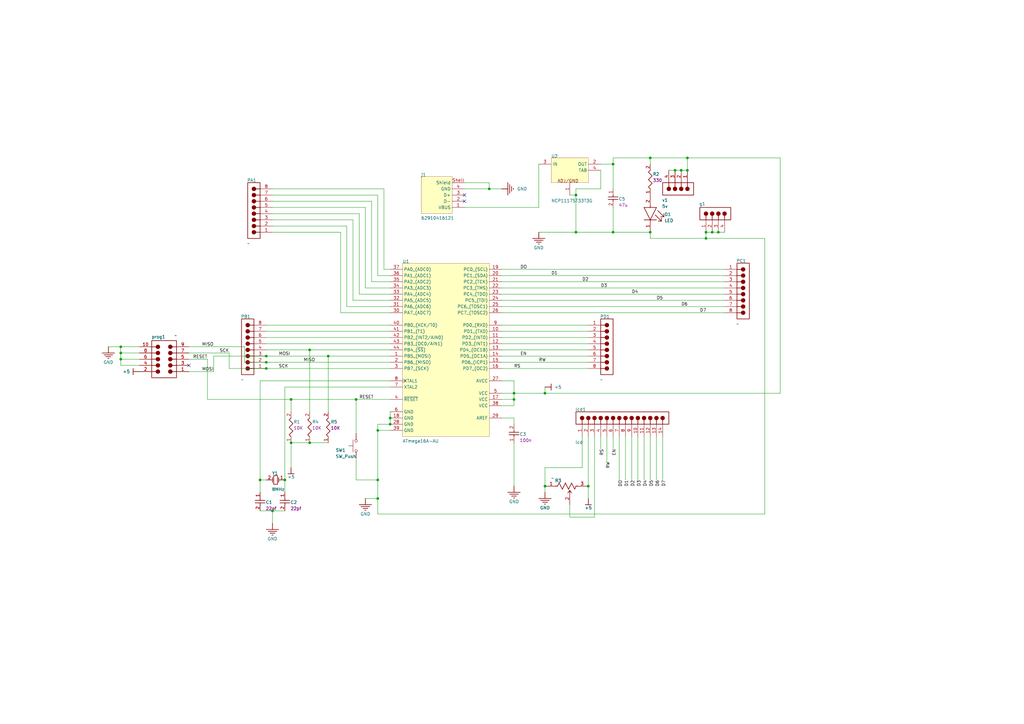
<source format=kicad_sch>
(kicad_sch (version 20231120) (generator "eeschema") (generator_version "8.0")
  (paper "A3")
  (junction (at 154.94 176.53))
  (junction (at 223.52 161.29))
  (junction (at 279.4 69.85))
  (junction (at 127 143.51))
  (junction (at 49.53 144.78))
  (junction (at 210.82 163.83))
  (junction (at 266.7 64.77))
  (junction (at 127 181.61))
  (junction (at 289.56 95.25))
  (junction (at 109.22 151.13))
  (junction (at 281.94 69.85))
  (junction (at 146.05 163.83))
  (junction (at 106.68 196.85))
  (junction (at 109.22 148.59))
  (junction (at 241.3 199.39))
  (junction (at 160.02 171.45))
  (junction (at 160.02 173.99))
  (junction (at 49.53 142.24))
  (junction (at 236.22 80.01))
  (junction (at 281.94 64.77))
  (junction (at 223.52 199.39))
  (junction (at 251.46 95.25))
  (junction (at 109.22 146.05))
  (junction (at 111.76 209.55))
  (junction (at 134.62 146.05))
  (junction (at 289.56 97.79))
  (junction (at 119.38 181.61))
  (junction (at 154.94 204.47))
  (junction (at 294.64 95.25))
  (junction (at 154.94 196.85))
  (junction (at 266.7 95.25))
  (junction (at 292.1 95.25))
  (junction (at 119.38 163.83))
  (junction (at 251.46 67.31))
  (junction (at 116.84 196.85))
  (junction (at 276.86 69.85))
  (junction (at 200.66 77.47))
  (junction (at 210.82 161.29))
  (junction (at 49.53 147.32))
  (junction (at 236.22 95.25))
  (no_connect (at 77.47 149.86))
  (no_connect (at 190.5 82.55))
  (no_connect (at 190.5 80.01))
  (wire (pts (xy 281.94 64.77) (xy 320.04 64.77)))
  (wire (pts (xy 109.22 140.97) (xy 160.02 140.97)))
  (wire (pts (xy 205.74 115.57) (xy 297.18 115.57)))
  (wire (pts (xy 266.7 95.25) (xy 266.7 97.79)))
  (wire (pts (xy 210.82 161.29) (xy 223.52 161.29)))
  (wire (pts (xy 154.94 173.99) (xy 160.02 173.99)))
  (wire (pts (xy 111.76 85.09) (xy 149.86 85.09)))
  (wire (pts (xy 57.15 144.78) (xy 49.53 144.78)))
  (wire (pts (xy 251.46 95.25) (xy 266.7 95.25)))
  (wire (pts (xy 210.82 166.37) (xy 210.82 163.83)))
  (wire (pts (xy 109.22 135.89) (xy 160.02 135.89)))
  (wire (pts (xy 313.69 97.79) (xy 313.69 210.82)))
  (wire (pts (xy 154.94 210.82) (xy 313.69 210.82)))
  (wire (pts (xy 289.56 97.79) (xy 313.69 97.79)))
  (wire (pts (xy 233.68 212.09) (xy 243.84 212.09)))
  (wire (pts (xy 134.62 146.05) (xy 134.62 168.91)))
  (wire (pts (xy 149.86 204.47) (xy 154.94 204.47)))
  (wire (pts (xy 220.98 95.25) (xy 236.22 95.25)))
  (wire (pts (xy 205.74 156.21) (xy 210.82 156.21)))
  (wire (pts (xy 87.63 152.4) (xy 87.63 146.05)))
  (wire (pts (xy 119.38 163.83) (xy 146.05 163.83)))
  (wire (pts (xy 246.38 77.47) (xy 246.38 69.85)))
  (wire (pts (xy 142.24 92.71) (xy 142.24 125.73)))
  (wire (pts (xy 87.63 152.4) (xy 77.47 152.4)))
  (wire (pts (xy 269.24 196.85) (xy 269.24 179.07)))
  (wire (pts (xy 274.32 69.85) (xy 276.86 69.85)))
  (wire (pts (xy 241.3 199.39) (xy 241.3 179.07)))
  (wire (pts (xy 154.94 176.53) (xy 160.02 176.53)))
  (wire (pts (xy 190.5 85.09) (xy 220.98 85.09)))
  (wire (pts (xy 200.66 74.93) (xy 200.66 77.47)))
  (wire (pts (xy 111.76 209.55) (xy 106.68 209.55)))
  (wire (pts (xy 238.76 191.77) (xy 223.52 191.77)))
  (wire (pts (xy 276.86 69.85) (xy 279.4 69.85)))
  (wire (pts (xy 294.64 95.25) (xy 297.18 95.25)))
  (wire (pts (xy 154.94 80.01) (xy 154.94 113.03)))
  (wire (pts (xy 139.7 95.25) (xy 139.7 128.27)))
  (wire (pts (xy 57.15 142.24) (xy 49.53 142.24)))
  (wire (pts (xy 154.94 113.03) (xy 160.02 113.03)))
  (wire (pts (xy 246.38 67.31) (xy 251.46 67.31)))
  (wire (pts (xy 157.48 77.47) (xy 157.48 110.49)))
  (wire (pts (xy 254 196.85) (xy 254 179.07)))
  (wire (pts (xy 149.86 118.11) (xy 160.02 118.11)))
  (wire (pts (xy 259.08 196.85) (xy 259.08 179.07)))
  (wire (pts (xy 44.45 142.24) (xy 49.53 142.24)))
  (wire (pts (xy 200.66 77.47) (xy 205.74 77.47)))
  (wire (pts (xy 205.74 128.27) (xy 297.18 128.27)))
  (wire (pts (xy 205.74 163.83) (xy 210.82 163.83)))
  (wire (pts (xy 146.05 187.96) (xy 146.05 196.85)))
  (wire (pts (xy 205.74 135.89) (xy 241.3 135.89)))
  (wire (pts (xy 205.74 110.49) (xy 297.18 110.49)))
  (wire (pts (xy 147.32 120.65) (xy 160.02 120.65)))
  (wire (pts (xy 139.7 128.27) (xy 160.02 128.27)))
  (wire (pts (xy 157.48 110.49) (xy 160.02 110.49)))
  (wire (pts (xy 111.76 77.47) (xy 157.48 77.47)))
  (wire (pts (xy 77.47 144.78) (xy 93.98 144.78)))
  (wire (pts (xy 144.78 90.17) (xy 144.78 123.19)))
  (wire (pts (xy 210.82 163.83) (xy 210.82 161.29)))
  (wire (pts (xy 236.22 80.01) (xy 236.22 77.47)))
  (wire (pts (xy 251.46 64.77) (xy 266.7 64.77)))
  (wire (pts (xy 119.38 181.61) (xy 127 181.61)))
  (wire (pts (xy 236.22 80.01) (xy 236.22 95.25)))
  (wire (pts (xy 241.3 204.47) (xy 241.3 199.39)))
  (wire (pts (xy 205.74 161.29) (xy 210.82 161.29)))
  (wire (pts (xy 236.22 95.25) (xy 251.46 95.25)))
  (wire (pts (xy 205.74 146.05) (xy 241.3 146.05)))
  (wire (pts (xy 210.82 171.45) (xy 210.82 173.99)))
  (wire (pts (xy 106.68 201.93) (xy 106.68 196.85)))
  (wire (pts (xy 134.62 146.05) (xy 160.02 146.05)))
  (wire (pts (xy 85.09 147.32) (xy 77.47 147.32)))
  (wire (pts (xy 146.05 163.83) (xy 160.02 163.83)))
  (wire (pts (xy 205.74 138.43) (xy 241.3 138.43)))
  (wire (pts (xy 256.54 196.85) (xy 256.54 179.07)))
  (wire (pts (xy 205.74 140.97) (xy 241.3 140.97)))
  (wire (pts (xy 146.05 163.83) (xy 146.05 177.8)))
  (wire (pts (xy 160.02 173.99) (xy 160.02 171.45)))
  (wire (pts (xy 93.98 144.78) (xy 93.98 151.13)))
  (wire (pts (xy 266.7 67.31) (xy 266.7 64.77)))
  (wire (pts (xy 261.62 196.85) (xy 261.62 179.07)))
  (wire (pts (xy 109.22 133.35) (xy 160.02 133.35)))
  (wire (pts (xy 109.22 148.59) (xy 160.02 148.59)))
  (wire (pts (xy 251.46 184.15) (xy 251.46 179.07)))
  (wire (pts (xy 233.68 80.01) (xy 236.22 80.01)))
  (wire (pts (xy 111.76 214.63) (xy 111.76 209.55)))
  (wire (pts (xy 320.04 161.29) (xy 223.52 161.29)))
  (wire (pts (xy 106.68 196.85) (xy 109.22 196.85)))
  (wire (pts (xy 111.76 95.25) (xy 139.7 95.25)))
  (wire (pts (xy 57.15 147.32) (xy 49.53 147.32)))
  (wire (pts (xy 205.74 123.19) (xy 297.18 123.19)))
  (wire (pts (xy 210.82 156.21) (xy 210.82 161.29)))
  (wire (pts (xy 109.22 138.43) (xy 160.02 138.43)))
  (wire (pts (xy 205.74 120.65) (xy 297.18 120.65)))
  (wire (pts (xy 119.38 168.91) (xy 119.38 163.83)))
  (wire (pts (xy 111.76 209.55) (xy 116.84 209.55)))
  (wire (pts (xy 271.78 196.85) (xy 271.78 179.07)))
  (wire (pts (xy 57.15 149.86) (xy 49.53 149.86)))
  (wire (pts (xy 109.22 143.51) (xy 127 143.51)))
  (wire (pts (xy 205.74 113.03) (xy 297.18 113.03)))
  (wire (pts (xy 289.56 95.25) (xy 289.56 97.79)))
  (wire (pts (xy 111.76 87.63) (xy 147.32 87.63)))
  (wire (pts (xy 266.7 64.77) (xy 281.94 64.77)))
  (wire (pts (xy 223.52 161.29) (xy 223.52 158.75)))
  (wire (pts (xy 147.32 87.63) (xy 147.32 120.65)))
  (wire (pts (xy 205.74 143.51) (xy 241.3 143.51)))
  (wire (pts (xy 223.52 191.77) (xy 223.52 199.39)))
  (wire (pts (xy 154.94 176.53) (xy 154.94 196.85)))
  (wire (pts (xy 292.1 95.25) (xy 294.64 95.25)))
  (wire (pts (xy 251.46 95.25) (xy 251.46 85.09)))
  (wire (pts (xy 87.63 146.05) (xy 109.22 146.05)))
  (wire (pts (xy 49.53 147.32) (xy 49.53 144.78)))
  (wire (pts (xy 106.68 196.85) (xy 106.68 156.21)))
  (wire (pts (xy 127 143.51) (xy 127 168.91)))
  (wire (pts (xy 100.33 142.24) (xy 77.47 142.24)))
  (wire (pts (xy 152.4 115.57) (xy 160.02 115.57)))
  (wire (pts (xy 205.74 151.13) (xy 241.3 151.13)))
  (wire (pts (xy 205.74 118.11) (xy 297.18 118.11)))
  (wire (pts (xy 127 143.51) (xy 160.02 143.51)))
  (wire (pts (xy 100.33 148.59) (xy 100.33 142.24)))
  (wire (pts (xy 236.22 77.47) (xy 246.38 77.47)))
  (wire (pts (xy 119.38 181.61) (xy 119.38 191.77)))
  (wire (pts (xy 248.92 189.23) (xy 248.92 179.07)))
  (wire (pts (xy 154.94 210.82) (xy 154.94 204.47)))
  (wire (pts (xy 93.98 151.13) (xy 109.22 151.13)))
  (wire (pts (xy 246.38 184.15) (xy 246.38 179.07)))
  (wire (pts (xy 210.82 199.39) (xy 210.82 181.61)))
  (wire (pts (xy 279.4 69.85) (xy 281.94 69.85)))
  (wire (pts (xy 243.84 212.09) (xy 243.84 179.07)))
  (wire (pts (xy 190.5 77.47) (xy 200.66 77.47)))
  (wire (pts (xy 281.94 64.77) (xy 281.94 69.85)))
  (wire (pts (xy 320.04 64.77) (xy 320.04 161.29)))
  (wire (pts (xy 238.76 179.07) (xy 238.76 191.77)))
  (wire (pts (xy 205.74 166.37) (xy 210.82 166.37)))
  (wire (pts (xy 144.78 123.19) (xy 160.02 123.19)))
  (wire (pts (xy 109.22 146.05) (xy 134.62 146.05)))
  (wire (pts (xy 152.4 82.55) (xy 152.4 115.57)))
  (wire (pts (xy 223.52 199.39) (xy 223.52 201.93)))
  (wire (pts (xy 109.22 151.13) (xy 160.02 151.13)))
  (wire (pts (xy 127 181.61) (xy 134.62 181.61)))
  (wire (pts (xy 190.5 74.93) (xy 200.66 74.93)))
  (wire (pts (xy 106.68 156.21) (xy 160.02 156.21)))
  (wire (pts (xy 49.53 149.86) (xy 49.53 147.32)))
  (wire (pts (xy 109.22 148.59) (xy 100.33 148.59)))
  (wire (pts (xy 85.09 147.32) (xy 85.09 163.83)))
  (wire (pts (xy 146.05 196.85) (xy 154.94 196.85)))
  (wire (pts (xy 111.76 90.17) (xy 144.78 90.17)))
  (wire (pts (xy 116.84 158.75) (xy 116.84 196.85)))
  (wire (pts (xy 205.74 148.59) (xy 241.3 148.59)))
  (wire (pts (xy 85.09 163.83) (xy 119.38 163.83)))
  (wire (pts (xy 220.98 85.09) (xy 220.98 67.31)))
  (wire (pts (xy 154.94 176.53) (xy 154.94 173.99)))
  (wire (pts (xy 266.7 97.79) (xy 289.56 97.79)))
  (wire (pts (xy 205.74 125.73) (xy 297.18 125.73)))
  (wire (pts (xy 251.46 67.31) (xy 251.46 64.77)))
  (wire (pts (xy 205.74 133.35) (xy 241.3 133.35)))
  (wire (pts (xy 289.56 95.25) (xy 292.1 95.25)))
  (wire (pts (xy 251.46 77.47) (xy 251.46 67.31)))
  (wire (pts (xy 264.16 196.85) (xy 264.16 179.07)))
  (wire (pts (xy 142.24 125.73) (xy 160.02 125.73)))
  (wire (pts (xy 160.02 171.45) (xy 160.02 168.91)))
  (wire (pts (xy 205.74 171.45) (xy 210.82 171.45)))
  (wire (pts (xy 111.76 92.71) (xy 142.24 92.71)))
  (wire (pts (xy 154.94 204.47) (xy 154.94 196.85)))
  (wire (pts (xy 116.84 201.93) (xy 116.84 196.85)))
  (wire (pts (xy 49.53 144.78) (xy 49.53 142.24)))
  (wire (pts (xy 266.7 196.85) (xy 266.7 179.07)))
  (wire (pts (xy 149.86 85.09) (xy 149.86 118.11)))
  (wire (pts (xy 233.68 207.01) (xy 233.68 212.09)))
  (wire (pts (xy 160.02 158.75) (xy 116.84 158.75)))
  (wire (pts (xy 111.76 82.55) (xy 152.4 82.55)))
  (wire (pts (xy 111.76 80.01) (xy 154.94 80.01)))
  (label "DO" (at 213.36 110.49 0))
  (label "RS" (at 246.38 184.15 270))
  (label "D4" (at 259.08 120.65 0))
  (label "D7" (at 271.78 196.85 270))
  (label "D6" (at 279.4 125.73 0))
  (label "RS" (at 210.82 151.13 0))
  (label "D3" (at 261.62 196.85 270))
  (label "MISO" (at 87.63 142.24 180))
  (label "RW" (at 248.92 189.23 270))
  (label "RW" (at 220.98 148.59 0))
  (label "D1" (at 226.06 113.03 0))
  (label "EN" (at 251.46 184.15 270))
  (label "SCK" (at 114.3 151.13 0))
  (label "D1" (at 256.54 196.85 270))
  (label "RESET" (at 147.32 163.83 0))
  (label "D3" (at 246.38 118.11 0))
  (label "D7" (at 287.02 128.27 0))
  (label "D5" (at 269.24 123.19 0))
  (label "SCK" (at 93.98 144.78 180))
  (label "D5" (at 266.7 196.85 270))
  (label "D2" (at 259.08 196.85 270))
  (label "D4" (at 264.16 196.85 270))
  (label "DO" (at 254 196.85 270))
  (label "MOSI" (at 114.3 146.05 0))
  (label "D6" (at 269.24 196.85 270))
  (label "RESET" (at 85.09 147.32 180))
  (label "MOSI" (at 87.63 152.4 180))
  (label "EN" (at 213.36 146.05 0))
  (label "D2" (at 238.76 115.57 0))
  (label "MISO" (at 124.46 148.59 0))
  (symbol (lib_id "Jadhav-altium-import:GND_POWER_GROUND") (at 44.45 142.24 0) (unit 1)
    (property "Reference" "#PWR02" (effects (hide yes)))
    (property "Value" "GND" (at 44.45 148.59 0))
  )
  (symbol (lib_id "Jadhav-altium-import:root_1_Header_Male_1R_14P") (at 236.22 173.99 0) (unit 1)
    (property "Reference" "lcd1" (at 235.966 168.656 0) (effects (justify left bottom)))
    (property "Value" "lcd" (at 235.966 182.118 0) (effects (justify left bottom)))
    (property "Footprint" "J_footprints:CON14_1X14_TU_HTS_SAI" (effects (hide yes)))
    (property "ORIENTATION" "Vertical" (effects (hide yes)))
    (property "NEXARPARTID" "32855433" (effects (hide yes)))
    (property "OPERATING SUPPLY VOLTAGE" "250V" (effects (hide yes)))
    (property "CURRENT RATING" "3A" (effects (hide yes)))
    (property "TERMINATION" "Solder" (effects (hide yes)))
    (property "CONTACT PLATING" "Gold" (effects (hide yes)))
    (property "GENDER" "Male" (effects (hide yes)))
    (property "PITCH" "2.54mm" (effects (hide yes)))
    (property "NUMBER OF CONTACTS" "14" (effects (hide yes)))
    (property "NUMBER OF ROWS" "1" (effects (hide yes)))
    (property "LEAD PITCH" "2.54mm" (effects (hide yes)))
    (property "CONTACT MATING LENGTH" "5.9944mm" (effects (hide yes)))
    (property "MOUNT" "Surface Mount" (effects (hide yes)))
    (property "CONTACT MATERIAL" "Copper" (effects (hide yes)))
    (property "COLOR" "Black" (effects (hide yes)))
    (property "NUMBER OF PINS" "14" (effects (hide yes)))
    (property "CONNECTOR TYPE" "Male Pin" (effects (hide yes)))
    (property "REACH SVHC" "Unknown" (effects (hide yes)))
    (property "CONTACT RESISTANCE" "20mΩ" (effects (hide yes)))
    (property "NUMBER OF POSITIONS" "14" (effects (hide yes)))
    (property "ROHS" "Compliant" (effects (hide yes)))
  )
  (symbol (lib_id "Jadhav-altium-import:root_0_ONSC-NCP1117-SOT223-4") (at 226.06 64.77 0) (unit 1)
    (property "Reference" "U2" (at 226.06 64.77 0) (effects (justify left bottom)))
    (property "Value" "NCP1117ST33T3G" (at 226.06 83.058 0) (effects (justify left bottom)))
    (property "Footprint" "J_footprints:SOT223-3_ONS" (effects (hide yes)))
    (property "Description" "Low-Dropout Positive Fixed Voltage Regulator, 1 A, 3.3 V Output Voltage, 0 to 125 degC, 4-Pin SOT-223 (318H-01), Pb-Free, Tape and Reel" (effects (hide yes)))
    (property "WIDTH" "0.85 mm" (effects (hide yes)))
    (property "WEIGHT" "7.1E-05 oz" (effects (hide yes)))
    (property "COMPONENTLINK2URL" "http://www.onsemi.com/pub_link/Collateral/NCP1117-D.PDF" (effects (hide yes)))
    (property "ROHSCOMPLIANT" "true" (effects (hide yes)))
    (property "HEIGHT" "0.45 mm" (effects (hide yes)))
    (property "PACKAGEDESCRIPTION" "4-Pin Small Outline Transistor, Body 6.5 x 3.5 mm, Pitch 2.3 mm" (effects (hide yes)))
    (property "RESISTANCE" "220 kohm" (effects (hide yes)))
    (property "COMPONENTLINK1DESCRIPTION" "Manufacturer URL" (effects (hide yes)))
    (property "TYPE (RESISTOR)" "Thick Film" (effects (hide yes)))
    (property "COMPONENTLINK1URL" "http://www.onsemi.com/" (effects (hide yes)))
    (property "PACKAGEREFERENCE" "SOT-223-4-318H-01_A" (effects (hide yes)))
    (property "MAX OPERATING TEMPERATURE" "155 degC" (effects (hide yes)))
    (property "PACKAGING" "Tape and Reel" (effects (hide yes)))
    (property "REACH SVHC" "Unknown" (effects (hide yes)))
    (property "LENGTH" "1.55 mm" (effects (hide yes)))
    (property "PACKAGE QUANTITY" "5000" (effects (hide yes)))
    (property "VOLTAGE RATING" "75 V" (effects (hide yes)))
    (property "RADIATION HARDENING" "No" (effects (hide yes)))
    (property "TOLERANCE" "1%" (effects (hide yes)))
    (property "MIN OPERATING TEMPERATURE" "-55 degC" (effects (hide yes)))
    (property "DATASHEETVERSION" "Rev. 27, 09/2014" (effects (hide yes)))
    (property "CAS~{E}PACKAGE" "0603" (effects (hide yes)))
    (property "MOUNT" "Surface Mount" (effects (hide yes)))
    (property "CASE CODE (IMPERIAL)" "0603" (effects (hide yes)))
    (property "CASE CODE (METRIC)" "1608" (effects (hide yes)))
    (property "COMPONENTLINK2DESCRIPTION" "Datasheet" (effects (hide yes)))
    (property "POWER RATING" "100 mW" (effects (hide yes)))
  )
  (symbol (lib_id "Jadhav-altium-import:GND_POWER_GROUND") (at 111.76 214.63 0) (unit 1)
    (property "Reference" "#PWR0101" (effects (hide yes)))
    (property "Value" "GND" (at 111.76 220.98 0))
  )
  (symbol (lib_id "Jadhav-altium-import:+5_BAR") (at 119.38 191.77 0) (unit 1)
    (property "Reference" "#PWR0103" (effects (hide yes)))
    (property "Value" "+5" (at 119.38 195.58 0))
  )
  (symbol (lib_id "Jadhav-altium-import:root_2_Header_Male_1R_08P") (at 104.14 153.67 0) (unit 1)
    (property "Reference" "PB1" (at 98.806 130.556 0) (effects (justify left bottom)))
    (property "Value" "~" (at 98.806 156.464 0) (effects (justify left bottom)))
    (property "Footprint" "J_footprints:CONN8_61300811121_WRE" (effects (hide yes)))
    (property "CONNECTOR TYPE" "Male Pin" (effects (hide yes)))
    (property "TERMINATION" "Solder" (effects (hide yes)))
    (property "CONTACT MATERIAL" "Copper" (effects (hide yes)))
    (property "NEXARPARTID" "32855533" (effects (hide yes)))
    (property "MOUNT" "Through Hole" (effects (hide yes)))
    (property "LEAD PITCH" "2.54mm" (effects (hide yes)))
    (property "NUMBER OF CONTACTS" "8" (effects (hide yes)))
    (property "NUMBER OF POSITIONS" "8" (effects (hide yes)))
    (property "VOLTAGE RATING" "250V" (effects (hide yes)))
    (property "OPERATING SUPPLY VOLTAGE" "250V" (effects (hide yes)))
    (property "CURRENT RATING" "3A" (effects (hide yes)))
    (property "CONTACT RESISTANCE" "20mΩ" (effects (hide yes)))
    (property "NUMBER OF PINS" "8" (effects (hide yes)))
    (property "MAX OPERATING TEMPERATURE" "105°C" (effects (hide yes)))
    (property "HEIGHT" "8.54mm" (effects (hide yes)))
    (property "PITCH" "2.54mm" (effects (hide yes)))
    (property "REACH SVHC" "Unknown" (effects (hide yes)))
    (property "NUMBER OF ROWS" "1" (effects (hide yes)))
    (property "PACKAGING" "Bulk" (effects (hide yes)))
    (property "CONTACT PLATING" "Gold" (effects (hide yes)))
    (property "CONTACT MATING LENGTH" "5.9944mm" (effects (hide yes)))
    (property "GENDER" "Male" (effects (hide yes)))
    (property "ORIENTATION" "Vertical" (effects (hide yes)))
    (property "ROHS" "Compliant" (effects (hide yes)))
    (property "COLOR" "Black" (effects (hide yes)))
    (property "MIN OPERATING TEMPERATURE" "-40°C" (effects (hide yes)))
  )
  (symbol (lib_id "Jadhav-altium-import:GND_POWER_GROUND") (at 220.98 95.25 0) (unit 1)
    (property "Reference" "#PWR0112" (effects (hide yes)))
    (property "Value" "GND" (at 220.98 101.6 0))
  )
  (symbol (lib_id "Jadhav-altium-import:root_0_2dcfd2547301a7d3209a5e99acfd772") (at 223.52 199.39 0) (unit 1)
    (property "Reference" "R3" (at 227.584 197.866 0) (effects (justify left bottom)))
    (property "Value" "~" (at 226.06 196.85 0) (effects (justify left bottom)))
    (property "Footprint" "J_footprints:RES3_PV36W103C01B00_BRN" (effects (hide yes)))
    (property "Description" "TRIMMER 10K OHM 0.5W PC PIN TOP" (effects (hide yes)))
    (property "RESISTANCE" "10kR" (effects (hide yes)))
    (property "MILITARY STANDARD" "Not" (effects (hide yes)))
    (property "REACH SVHC" "No SVHC" (effects (hide yes)))
    (property "ACTUATOR ORIENTATION" "Vertical" (effects (hide yes)))
    (property "POWER RATING" "500mW" (effects (hide yes)))
    (property "TEMPERATURE COEFFICIENT" "100ppm/°C" (effects (hide yes)))
    (property "LEAD FREE" "Lead Free" (effects (hide yes)))
    (property "RESISTOR TYPE" "Cermet" (effects (hide yes)))
    (property "MAX OPERATING TEMPERATURE" "125°C" (effects (hide yes)))
    (property "RADIATION HARDENING" "No" (effects (hide yes)))
    (property "PACKAGE QUANTITY" "50" (effects (hide yes)))
    (property "MOUNT" "Panel" (effects (hide yes)))
    (property "RESISTANCE TOLERANCE" "10%" (effects (hide yes)))
    (property "MAX POWER DISSIPATION" "500mW" (effects (hide yes)))
    (property "MIN OPERATING TEMPERATURE" "-55°C" (effects (hide yes)))
    (property "RESISTANCE LAW" "Linear" (effects (hide yes)))
    (property "NUMBER OF TURNS" "25" (effects (hide yes)))
    (property "TYPE" "Potentiometer" (effects (hide yes)))
    (property "TERMINAL FINISH" "Tin" (effects (hide yes)))
    (property "TERMINATION" "Pin" (effects (hide yes)))
    (property "TAPER" "Linear" (effects (hide yes)))
    (property "MANUFACTURER SERIES" "3296" (effects (hide yes)))
    (property "COLOR" "Blue" (effects (hide yes)))
    (property "ACTUATOR TYPE" "SCREW" (effects (hide yes)))
    (property "TECHNOLOGY" "CERMET" (effects (hide yes)))
    (property "PACKAGING" "Rail/Tube" (effects (hide yes)))
    (property "WEIGHT" "0.03oz" (effects (hide yes)))
    (property "NUMBER OF TERMINALS/PINS" "3" (effects (hide yes)))
    (property "HEIGHT" "0.395inch" (effects (hide yes)))
    (property "NUMBER OF PINS" "3" (effects (hide yes)))
    (property "ROHS COMPLIANT" "Yes" (effects (hide yes)))
    (property "WIDTH" "9.53mm" (effects (hide yes)))
    (property "TOLERANCE" "10%" (effects (hide yes)))
    (property "DEPTH" "4.83mm" (effects (hide yes)))
    (property "SERIES" "3296" (effects (hide yes)))
    (property "INSULATION RESISTANCE" "1GR" (effects (hide yes)))
    (property "LENGTH" "9.53mm" (effects (hide yes)))
  )
  (symbol (lib_id "Jadhav-altium-import:root_3_CAP-NP-2") (at 106.68 201.93 0) (unit 1)
    (property "Reference" "C1" (at 108.966 206.756 0) (effects (justify left bottom)))
    (property "Value" "Capacitor 100nF +/-20% 25V 0402" (effects (hide yes)))
    (property "Footprint" "J_footprints:G-188_MUR" (effects (hide yes)))
    (property "Description" "Chip Capacitor, 100nF +/-20%, 25V, 0402, Thickness 0.6 mm" (effects (hide yes)))
    (property "TOLERANCE" "10%" (effects (hide yes)))
    (property "MAX OPERATING TEMPERATURE" "85°C" (effects (hide yes)))
    (property "MIN OPERATING TEMPERATURE" "-55°C" (effects (hide yes)))
    (property "ALTIUM_VALUE" "22pf" (at 108.966 209.296 0) (effects (justify left bottom)))
    (property "PINS" "2" (effects (hide yes)))
    (property "VOLTAGE RATING" "25V" (effects (hide yes)))
    (property "MOUNTING TECHNOLOGY" "SMT" (effects (hide yes)))
    (property "CASE/PACKAGE" "0402" (effects (hide yes)))
  )
  (symbol (lib_id "Jadhav-altium-import:+5_BAR") (at 223.52 158.75 90) (unit 1)
    (property "Reference" "#PWR0111" (effects (hide yes)))
    (property "Value" "+5" (at 227.33 158.75 90) (effects (justify right)))
  )
  (symbol (lib_id "Jadhav-altium-import:root_0_Header_Male_1R_08P") (at 246.38 130.81 0) (unit 1)
    (property "Reference" "PD1" (at 246.126 130.556 0) (effects (justify left bottom)))
    (property "Value" "~" (at 246.126 156.464 0) (effects (justify left bottom)))
    (property "Footprint" "J_footprints:CONN8_61300811121_WRE" (effects (hide yes)))
    (property "CONNECTOR TYPE" "Male Pin" (effects (hide yes)))
    (property "TERMINATION" "Solder" (effects (hide yes)))
    (property "CONTACT MATERIAL" "Copper" (effects (hide yes)))
    (property "NEXARPARTID" "32855533" (effects (hide yes)))
    (property "MOUNT" "Through Hole" (effects (hide yes)))
    (property "LEAD PITCH" "2.54mm" (effects (hide yes)))
    (property "NUMBER OF CONTACTS" "8" (effects (hide yes)))
    (property "NUMBER OF POSITIONS" "8" (effects (hide yes)))
    (property "VOLTAGE RATING" "250V" (effects (hide yes)))
    (property "OPERATING SUPPLY VOLTAGE" "250V" (effects (hide yes)))
    (property "CURRENT RATING" "3A" (effects (hide yes)))
    (property "CONTACT RESISTANCE" "20mΩ" (effects (hide yes)))
    (property "NUMBER OF PINS" "8" (effects (hide yes)))
    (property "MAX OPERATING TEMPERATURE" "105°C" (effects (hide yes)))
    (property "HEIGHT" "8.54mm" (effects (hide yes)))
    (property "PITCH" "2.54mm" (effects (hide yes)))
    (property "REACH SVHC" "Unknown" (effects (hide yes)))
    (property "NUMBER OF ROWS" "1" (effects (hide yes)))
    (property "PACKAGING" "Bulk" (effects (hide yes)))
    (property "CONTACT PLATING" "Gold" (effects (hide yes)))
    (property "CONTACT MATING LENGTH" "5.9944mm" (effects (hide yes)))
    (property "GENDER" "Male" (effects (hide yes)))
    (property "ORIENTATION" "Vertical" (effects (hide yes)))
    (property "ROHS" "Compliant" (effects (hide yes)))
    (property "COLOR" "Black" (effects (hide yes)))
    (property "MIN OPERATING TEMPERATURE" "-40°C" (effects (hide yes)))
  )
  (symbol (lib_id "Jadhav-altium-import:root_2_XTAL-1-2-2") (at 114.3 199.39 0) (unit 1)
    (property "Reference" "Y1" (at 111.506 194.818 0) (effects (justify left bottom)))
    (property "Value" "8MHz" (at 111.506 201.422 0) (effects (justify left bottom)))
    (property "Footprint" "J_footprints:ATS08A-E_CTS" (effects (hide yes)))
    (property "Description" "Resistance Weld Thru-Hole Crystal, 16 MHz, -20 to 70 degC, 2-Pin THD, RoHS, Bulk" (effects (hide yes)))
    (property "ROHSCOMPLIANT" "true" (effects (hide yes)))
    (property "PACKAGE QUANTITY" "200" (effects (hide yes)))
    (property "PACKAGING" "Bulk" (effects (hide yes)))
    (property "MIN OPERATING TEMPERATURE" "-55 degC" (effects (hide yes)))
    (property "DATASHEETVERSION" "Mar-15" (effects (hide yes)))
    (property "COMPONENTLINK1URL" "http://www.foxonline.com/" (effects (hide yes)))
    (property "VOLTAGE RATING" "250 V" (effects (hide yes)))
    (property "MAX OPERATING TEMPERATURE" "155 degC" (effects (hide yes)))
    (property "TOLERANCE" "1%" (effects (hide yes)))
    (property "RESISTANCE" "221 kohm" (effects (hide yes)))
    (property "CAS~{E}PACKAGE" "Axial" (effects (hide yes)))
    (property "PACKAGEREFERENCE" "FOXSLF160-20" (effects (hide yes)))
    (property "MOUNT" "Through Hole" (effects (hide yes)))
    (property "PACKAGEDESCRIPTION" "2-Pin Through Hole Device, Body 11.35 x 4.65 mm" (effects (hide yes)))
    (property "POWER RATING" "250 mW" (effects (hide yes)))
    (property "COMPONENTLINK1DESCRIPTION" "Manufacturer URL" (effects (hide yes)))
    (property "COMPONENTLINK2URL" "http://www.foxonline.com/pdfs/hc49slf.pdf" (effects (hide yes)))
    (property "COMPONENTLINK2DESCRIPTION" "Datasheet" (effects (hide yes)))
    (property "LENGTH" "0.248 inch" (effects (hide yes)))
  )
  (symbol (lib_id "Jadhav-altium-import:GND_POWER_GROUND") (at 149.86 204.47 0) (unit 1)
    (property "Reference" "#PWR0102" (effects (hide yes)))
    (property "Value" "GND" (at 149.86 210.82 0))
  )
  (symbol (lib_id "Jadhav-altium-import:root_2_Header_Male_1R_08P") (at 106.68 97.79 0) (unit 1)
    (property "Reference" "PA1" (at 101.346 74.676 0) (effects (justify left bottom)))
    (property "Value" "~" (at 101.346 100.584 0) (effects (justify left bottom)))
    (property "Footprint" "J_footprints:CONN8_61300811121_WRE" (effects (hide yes)))
    (property "CONNECTOR TYPE" "Male Pin" (effects (hide yes)))
    (property "TERMINATION" "Solder" (effects (hide yes)))
    (property "CONTACT MATERIAL" "Copper" (effects (hide yes)))
    (property "NEXARPARTID" "32855533" (effects (hide yes)))
    (property "MOUNT" "Through Hole" (effects (hide yes)))
    (property "LEAD PITCH" "2.54mm" (effects (hide yes)))
    (property "NUMBER OF CONTACTS" "8" (effects (hide yes)))
    (property "NUMBER OF POSITIONS" "8" (effects (hide yes)))
    (property "VOLTAGE RATING" "250V" (effects (hide yes)))
    (property "OPERATING SUPPLY VOLTAGE" "250V" (effects (hide yes)))
    (property "CURRENT RATING" "3A" (effects (hide yes)))
    (property "CONTACT RESISTANCE" "20mΩ" (effects (hide yes)))
    (property "NUMBER OF PINS" "8" (effects (hide yes)))
    (property "MAX OPERATING TEMPERATURE" "105°C" (effects (hide yes)))
    (property "HEIGHT" "8.54mm" (effects (hide yes)))
    (property "PITCH" "2.54mm" (effects (hide yes)))
    (property "REACH SVHC" "Unknown" (effects (hide yes)))
    (property "NUMBER OF ROWS" "1" (effects (hide yes)))
    (property "PACKAGING" "Bulk" (effects (hide yes)))
    (property "CONTACT PLATING" "Gold" (effects (hide yes)))
    (property "CONTACT MATING LENGTH" "5.9944mm" (effects (hide yes)))
    (property "GENDER" "Male" (effects (hide yes)))
    (property "ORIENTATION" "Vertical" (effects (hide yes)))
    (property "ROHS" "Compliant" (effects (hide yes)))
    (property "COLOR" "Black" (effects (hide yes)))
    (property "MIN OPERATING TEMPERATURE" "-40°C" (effects (hide yes)))
  )
  (symbol (lib_id "Jadhav-altium-import:+5_BAR") (at 57.15 152.4 270) (unit 1)
    (property "Reference" "#PWR01" (effects (hide yes)))
    (property "Value" "+5" (at 53.34 152.4 90) (effects (justify right)))
  )
  (symbol (lib_id "Jadhav-altium-import:root_1_CAP-NP-2") (at 210.82 181.61 0) (unit 1)
    (property "Reference" "C3" (at 213.106 178.816 0) (effects (justify left bottom)))
    (property "Value" "Capacitor 100nF +/-20% 25V 0402" (effects (hide yes)))
    (property "Footprint" "J_footprints:G-188_MUR" (effects (hide yes)))
    (property "Description" "Chip Capacitor, 100nF +/-20%, 25V, 0402, Thickness 0.6 mm" (effects (hide yes)))
    (property "TOLERANCE" "10%" (effects (hide yes)))
    (property "MAX OPERATING TEMPERATURE" "85°C" (effects (hide yes)))
    (property "MIN OPERATING TEMPERATURE" "-55°C" (effects (hide yes)))
    (property "ALTIUM_VALUE" "100n" (at 213.106 181.356 0) (effects (justify left bottom)))
    (property "PINS" "2" (effects (hide yes)))
    (property "VOLTAGE RATING" "25V" (effects (hide yes)))
    (property "MOUNTING TECHNOLOGY" "SMT" (effects (hide yes)))
    (property "CASE/PACKAGE" "0402" (effects (hide yes)))
  )
  (symbol (lib_id "Jadhav-altium-import:root_0_MC-8B-AT16A-SQ44") (at 165.1 107.95 0) (unit 1)
    (property "Reference" "U1" (at 165.1 107.95 0) (effects (justify left bottom)))
    (property "Value" "ATmega16A-AU" (at 165.1 181.61 0) (effects (justify left bottom)))
    (property "Footprint" "Package_QFP:TQFP-44_10x10mm_P0.8mm" (effects (hide yes)))
    (property "Description" "8-bit AVR Microcontroller, 16KB Flash, 512 Bytes EEPROM, 1KB SRAM, 44-pin TQFP, Industrial Grade (-40°C to 85°C)" (effects (hide yes)))
    (property "COMPONENTLINK3URL" "http://www.atmel.com/dyn/resources/prod_documents/8154S.pdf" (effects (hide yes)))
    (property "PACKAGEVERSION" "revC, Oct-2010" (effects (hide yes)))
    (property "PACKAGEREFERENCE" "44A" (effects (hide yes)))
    (property "COMPONENTLINK3DESCRIPTION" "ATmega16A Summary" (effects (hide yes)))
    (property "DATASHEETVERSION" "revB, Jul-2009" (effects (hide yes)))
    (property "COMPONENTLINK2URL" "http://www.atmel.com/dyn/resources/prod_documents/doc8154.pdf" (effects (hide yes)))
    (property "PACKAGEDESCRIPTION" "44-Pin Plastic Thin Profile Quad Flat Pack, 10 x 10 x 1.0 mm Body, 0.8 mm Pitch (TQFP)" (effects (hide yes)))
    (property "REVISIONNOTE" "PackageVersion updated. URLs added." (effects (hide yes)))
    (property "CODE_JEDEC" "MS-026-ACB" (effects (hide yes)))
    (property "COMPONENTLINK1DESCRIPTION" "Manufacturer URL" (effects (hide yes)))
    (property "COMPONENTLINK2DESCRIPTION" "ATmega16A Datasheet" (effects (hide yes)))
    (property "COMPONENTLINK1URL" "http://www.atmel.com/" (effects (hide yes)))
  )
  (symbol (lib_id "Jadhav-altium-import:root_2_USB 2.0_Type B_Receptacle_1 Port") (at 185.42 87.63 0) (unit 1)
    (property "Reference" "j1" (at 172.72 72.39 0) (effects (justify left bottom)))
    (property "Value" "62910416121" (at 172.72 90.17 0) (effects (justify left bottom)))
    (property "Footprint" "J_footprints:62910416121" (effects (hide yes)))
    (property "ORIENTATION" "Horizontal" (effects (hide yes)))
    (property "ROHS" "Compliant" (effects (hide yes)))
    (property "CONTACT RESISTANCE" "20mΩ" (effects (hide yes)))
    (property "CONNECTOR TYPE" "USB" (effects (hide yes)))
    (property "NUMBER OF CONTACTS" "4" (effects (hide yes)))
    (property "LEAD FREE" "Lead Free" (effects (hide yes)))
    (property "MIN OPERATING TEMPERATURE" "-40°C" (effects (hide yes)))
    (property "NEXARPARTID" "19991172" (effects (hide yes)))
    (property "GENDER" "Receptacle" (effects (hide yes)))
    (property "LENGTH" "16mm" (effects (hide yes)))
    (property "NUMBER OF PINS" "4" (effects (hide yes)))
    (property "FEATURES" "Shielded" (effects (hide yes)))
    (property "CURRENT RATING" "1.5A" (effects (hide yes)))
    (property "USB STANDARD" "USB 2.0" (effects (hide yes)))
    (property "CONTACT PLATING" "Gold" (effects (hide yes)))
    (property "PACKAGING" "Tape and Reel" (effects (hide yes)))
    (property "MAX OPERATING TEMPERATURE" "105°C" (effects (hide yes)))
    (property "TERMINATION" "SMD/SMT" (effects (hide yes)))
    (property "OPERATING SUPPLY VOLTAGE" "30V" (effects (hide yes)))
    (property "MOUNT" "Horizontal, Surface Mount" (effects (hide yes)))
    (property "REACH SVHC" "Unknown" (effects (hide yes)))
    (property "INSULATION RESISTANCE" "1GΩ" (effects (hide yes)))
  )
  (symbol (lib_id "Jadhav-altium-import:GND_POWER_GROUND") (at 223.52 201.93 0) (unit 1)
    (property "Reference" "#PWR0109" (effects (hide yes)))
    (property "Value" "GND" (at 223.52 208.28 0))
  )
  (symbol (lib_id "Jadhav-altium-import:root_1_RES-2_0") (at 266.7 80.01 0) (unit 1)
    (property "Reference" "R2" (at 267.716 72.136 0) (effects (justify left bottom)))
    (property "Value" "Resistor 470R +/-5% 0805 125 mW" (effects (hide yes)))
    (property "Footprint" "Resistor_THT:R_Axial_DIN0207_L6.3mm_D2.5mm_P7.62mm_Horizontal" (effects (hide yes)))
    (property "Description" "Chip Resistor, 470 Ohms, +/-5%, 125 mW, -55 to 155 degC, 0805" (effects (hide yes)))
    (property "MAX OPERATING TEMPERATURE" "155°C" (effects (hide yes)))
    (property "CASE/PACKAGE" "0805" (effects (hide yes)))
    (property "TOLERANCE" "5%" (effects (hide yes)))
    (property "PINS" "2" (effects (hide yes)))
    (property "ALTIUM_VALUE" "330" (at 267.716 74.676 0) (effects (justify left bottom)))
    (property "POWER" "125mW" (effects (hide yes)))
    (property "MIN OPERATING TEMPERATURE" "-55°C" (effects (hide yes)))
  )
  (symbol (lib_id "Jadhav-altium-import:root_3_CAP-NP-2") (at 251.46 77.47 0) (unit 1)
    (property "Reference" "C5" (at 253.746 82.296 0) (effects (justify left bottom)))
    (property "Value" "Capacitor 100nF +/-20% 25V 0402" (effects (hide yes)))
    (property "Footprint" "J_footprints:G-188_MUR" (effects (hide yes)))
    (property "Description" "Chip Capacitor, 100nF +/-20%, 25V, 0402, Thickness 0.6 mm" (effects (hide yes)))
    (property "TOLERANCE" "10%" (effects (hide yes)))
    (property "MAX OPERATING TEMPERATURE" "85°C" (effects (hide yes)))
    (property "MIN OPERATING TEMPERATURE" "-55°C" (effects (hide yes)))
    (property "ALTIUM_VALUE" "47u" (at 253.746 84.836 0) (effects (justify left bottom)))
    (property "PINS" "2" (effects (hide yes)))
    (property "VOLTAGE RATING" "25V" (effects (hide yes)))
    (property "MOUNTING TECHNOLOGY" "SMT" (effects (hide yes)))
    (property "CASE/PACKAGE" "0402" (effects (hide yes)))
  )
  (symbol (lib_id "Jadhav-altium-import:root_0_Header_Male_1R_08P") (at 302.26 107.95 0) (unit 1)
    (property "Reference" "PC1" (at 302.006 107.696 0) (effects (justify left bottom)))
    (property "Value" "~" (at 302.006 133.604 0) (effects (justify left bottom)))
    (property "Footprint" "J_footprints:CONN8_61300811121_WRE" (effects (hide yes)))
    (property "CONNECTOR TYPE" "Male Pin" (effects (hide yes)))
    (property "TERMINATION" "Solder" (effects (hide yes)))
    (property "CONTACT MATERIAL" "Copper" (effects (hide yes)))
    (property "NEXARPARTID" "32855533" (effects (hide yes)))
    (property "MOUNT" "Through Hole" (effects (hide yes)))
    (property "LEAD PITCH" "2.54mm" (effects (hide yes)))
    (property "NUMBER OF CONTACTS" "8" (effects (hide yes)))
    (property "NUMBER OF POSITIONS" "8" (effects (hide yes)))
    (property "VOLTAGE RATING" "250V" (effects (hide yes)))
    (property "OPERATING SUPPLY VOLTAGE" "250V" (effects (hide yes)))
    (property "CURRENT RATING" "3A" (effects (hide yes)))
    (property "CONTACT RESISTANCE" "20mΩ" (effects (hide yes)))
    (property "NUMBER OF PINS" "8" (effects (hide yes)))
    (property "MAX OPERATING TEMPERATURE" "105°C" (effects (hide yes)))
    (property "HEIGHT" "8.54mm" (effects (hide yes)))
    (property "PITCH" "2.54mm" (effects (hide yes)))
    (property "REACH SVHC" "Unknown" (effects (hide yes)))
    (property "NUMBER OF ROWS" "1" (effects (hide yes)))
    (property "PACKAGING" "Bulk" (effects (hide yes)))
    (property "CONTACT PLATING" "Gold" (effects (hide yes)))
    (property "CONTACT MATING LENGTH" "5.9944mm" (effects (hide yes)))
    (property "GENDER" "Male" (effects (hide yes)))
    (property "ORIENTATION" "Vertical" (effects (hide yes)))
    (property "ROHS" "Compliant" (effects (hide yes)))
    (property "COLOR" "Black" (effects (hide yes)))
    (property "MIN OPERATING TEMPERATURE" "-40°C" (effects (hide yes)))
  )
  (symbol (lib_id "Jadhav-altium-import:GND_POWER_GROUND") (at 210.82 199.39 0) (unit 1)
    (property "Reference" "#PWR0108" (effects (hide yes)))
    (property "Value" "GND" (at 210.82 205.74 0))
  )
  (symbol (lib_id "Jadhav-altium-import:root_3_CAP-NP-2") (at 116.84 201.93 0) (unit 1)
    (property "Reference" "C2" (at 119.126 206.756 0) (effects (justify left bottom)))
    (property "Value" "Capacitor 100nF +/-20% 25V 0402" (effects (hide yes)))
    (property "Footprint" "J_footprints:G-188_MUR" (effects (hide yes)))
    (property "Description" "Chip Capacitor, 100nF +/-20%, 25V, 0402, Thickness 0.6 mm" (effects (hide yes)))
    (property "TOLERANCE" "10%" (effects (hide yes)))
    (property "MAX OPERATING TEMPERATURE" "85°C" (effects (hide yes)))
    (property "MIN OPERATING TEMPERATURE" "-55°C" (effects (hide yes)))
    (property "ALTIUM_VALUE" "22pf" (at 119.126 209.296 0) (effects (justify left bottom)))
    (property "PINS" "2" (effects (hide yes)))
    (property "VOLTAGE RATING" "25V" (effects (hide yes)))
    (property "MOUNTING TECHNOLOGY" "SMT" (effects (hide yes)))
    (property "CASE/PACKAGE" "0402" (effects (hide yes)))
  )
  (symbol (lib_id "Jadhav-altium-import:root_0_Header_Male_2R_10P") (at 72.39 154.94 180) (unit 1)
    (property "Reference" "prog1" (at 67.818 137.414 0) (effects (justify left bottom)))
    (property "Value" "~" (at 72.644 136.906 0) (effects (justify left bottom)))
    (property "Footprint" "J_footprints:CONN_SBH11-PBPC-D05-ST-BK_SUL" (effects (hide yes)))
    (property "CONTACT GENDER" "Male" (effects (hide yes)))
    (property "CONNECTOR TYPE" "Male Pin" (effects (hide yes)))
    (property "INSULATION RESISTANCE" "1GΩ" (effects (hide yes)))
    (property "NUMBER OF ROWS" "2" (effects (hide yes)))
    (property "MIN OPERATING TEMPERATURE" "-40°C" (effects (hide yes)))
    (property "ROW SPACING" "2.54mm" (effects (hide yes)))
    (property "MOUNT" "Through Hole" (effects (hide yes)))
    (property "INSULATION" "Insulated" (effects (hide yes)))
    (property "PACKAGING" "Bulk" (effects (hide yes)))
    (property "NUMBER OF POSITIONS" "10" (effects (hide yes)))
    (property "LENGTH" "12.7mm" (effects (hide yes)))
    (property "PITCH" "2.54mm" (effects (hide yes)))
    (property "ROHS" "Compliant" (effects (hide yes)))
    (property "HEIGHT" "2.54mm" (effects (hide yes)))
    (property "LEAD PITCH" "2.54mm" (effects (hide yes)))
    (property "NUMBER OF PINS" "10" (effects (hide yes)))
    (property "HOUSING MATERIAL" "PBT" (effects (hide yes)))
    (property "ORIENTATION" "Vertical" (effects (hide yes)))
    (property "NEXARPARTID" "18818163" (effects (hide yes)))
    (property "FLAMMABILITY RATING" "UL94 V-0" (effects (hide yes)))
    (property "CURRENT RATING" "3A" (effects (hide yes)))
    (property "VOLTAGE RATING" "250V" (effects (hide yes)))
    (property "GENDER" "Male" (effects (hide yes)))
    (property "TERMINATION" "Through Hole" (effects (hide yes)))
    (property "WIDTH" "12.7mm" (effects (hide yes)))
    (property "COLOR" "Black" (effects (hide yes)))
    (property "CONTACT MATING LENGTH" "5.9944mm" (effects (hide yes)))
    (property "MAX OPERATING TEMPERATURE" "105°C" (effects (hide yes)))
    (property "CONTACT RESISTANCE" "20mΩ" (effects (hide yes)))
    (property "OPERATING SUPPLY VOLTAGE" "250V" (effects (hide yes)))
    (property "CONTACT MATERIAL" "Copper" (effects (hide yes)))
    (property "NUMBER OF CONTACTS" "10" (effects (hide yes)))
    (property "CONTACT PLATING" "Gold" (effects (hide yes)))
    (property "REACH SVHC" "Unknown" (effects (hide yes)))
  )
  (symbol (lib_id "Jadhav-altium-import:GND_POWER_GROUND") (at 205.74 77.47 90) (unit 1)
    (property "Reference" "#PWR0113" (effects (hide yes)))
    (property "Value" "GND" (at 212.09 77.47 90) (effects (justify right)))
  )
  (symbol (lib_id "Jadhav-altium-import:root_1_RES-2_0") (at 127 181.61 0) (unit 1)
    (property "Reference" "R4" (at 128.016 173.736 0) (effects (justify left bottom)))
    (property "Value" "Resistor 470R +/-5% 0805 125 mW" (effects (hide yes)))
    (property "Footprint" "Resistor_THT:R_Axial_DIN0207_L6.3mm_D2.5mm_P7.62mm_Horizontal" (effects (hide yes)))
    (property "Description" "Chip Resistor, 470 Ohms, +/-5%, 125 mW, -55 to 155 degC, 0805" (effects (hide yes)))
    (property "MAX OPERATING TEMPERATURE" "155°C" (effects (hide yes)))
    (property "CASE/PACKAGE" "0805" (effects (hide yes)))
    (property "TOLERANCE" "5%" (effects (hide yes)))
    (property "PINS" "2" (effects (hide yes)))
    (property "ALTIUM_VALUE" "10K" (at 128.016 176.276 0) (effects (justify left bottom)))
    (property "POWER" "125mW" (effects (hide yes)))
    (property "MIN OPERATING TEMPERATURE" "-55°C" (effects (hide yes)))
  )
  (symbol (lib_id "Jadhav-altium-import:root_3_8706943c75ba83719d021d2fdc84c58") (at 266.7 80.01 0) (unit 1)
    (property "Reference" "D1" (at 272.542 88.646 0) (effects (justify left bottom)))
    (property "Value" "LED" (at 272.542 91.186 0) (effects (justify left bottom)))
    (property "Footprint" "LED_THT:LED_D3.0mm" (effects (hide yes)))
    (property "Description" "LED GREEN CLEAR CHIP SMD" (effects (hide yes)))
    (property "DOMINANT WAVELENGTH" "569nm" (effects (hide yes)))
    (property "MIN OPERATING TEMPERATURE" "-55°C" (effects (hide yes)))
    (property "REVERSE VOLTAGE" "5V" (effects (hide yes)))
    (property "LENS STYLE" "Clear" (effects (hide yes)))
    (property "LENS COLOR" "Colorless" (effects (hide yes)))
    (property "MOUNT" "Surface Mount" (effects (hide yes)))
    (property "WIDTH" "0.8mm" (effects (hide yes)))
    (property "VIEWING ANGLE" "130°" (effects (hide yes)))
    (property "PACKAGING" "Tape and Reel" (effects (hide yes)))
    (property "VOLTAGE" "2V" (effects (hide yes)))
    (property "FORWARD CURRENT" "30mA" (effects (hide yes)))
    (property "POWER DISSIPATION" "100mW" (effects (hide yes)))
    (property "LENS TRANSPARENCY" "Clear" (effects (hide yes)))
    (property "CASE CODE (METRIC)" "1608" (effects (hide yes)))
    (property "LUMINOUS INTENSITY" "6mcd" (effects (hide yes)))
    (property "NUMBER OF LEDS" "1" (effects (hide yes)))
    (property "DEPTH" "0.8mm" (effects (hide yes)))
    (property "CASE CODE (IMPERIAL)" "0603" (effects (hide yes)))
    (property "CASE/PACKAGE" "0603" (effects (hide yes)))
    (property "NUMBER OF PINS" "2" (effects (hide yes)))
    (property "FORWARD VOLTAGE" "2.1V" (effects (hide yes)))
    (property "MAX OPERATING TEMPERATURE" "85°C" (effects (hide yes)))
    (property "LEAD FREE" "Lead Free" (effects (hide yes)))
    (property "WAVELENGTH" "565nm" (effects (hide yes)))
    (property "NUMBER OF ELEMENTS" "1" (effects (hide yes)))
    (property "LENGTH" "1.6mm" (effects (hide yes)))
    (property "HEIGHT" "0.8mm" (effects (hide yes)))
    (property "PACKAGE QUANTITY" "1" (effects (hide yes)))
    (property "POWER RATING" "100mW" (effects (hide yes)))
    (property "RADIATION HARDENING" "No" (effects (hide yes)))
    (property "ILLUMINATION COLOR" "Green" (effects (hide yes)))
    (property "TEST CURRENT" "10mA" (effects (hide yes)))
    (property "COLOR" "Green" (effects (hide yes)))
  )
  (symbol (lib_id "Switch:SW_Push") (at 146.05 182.88 90) (unit 1)
    (property "Reference" "SW1" (at 137.668 184.658 90) (effects (justify right)))
    (property "Value" "SW_Push" (at 137.668 187.198 90) (effects (justify right)))
    (property "Footprint" "Button_Switch_THT:SW_PUSH_1P1T_6x3.5mm_H5.0_APEM_MJTP1250" (effects (hide yes)))
    (property "Description" "Push button switch, generic, two pins" (effects (hide yes)))
  )
  (symbol (lib_id "Jadhav-altium-import:root_3_Header_Male_1R_04P") (at 284.48 74.93 0) (unit 1)
    (property "Reference" "v1" (at 271.526 82.804 0) (effects (justify left bottom)))
    (property "Value" "5v" (at 271.526 85.344 0) (effects (justify left bottom)))
    (property "Footprint" "J_footprints:CON4_1X4_TU_HTS_SAI" (effects (hide yes)))
    (property "COLOR" "Black" (effects (hide yes)))
    (property "MOUNT" "Surface Mount" (effects (hide yes)))
    (property "NEXARPARTID" "32855425" (effects (hide yes)))
    (property "HEIGHT" "9.7mm" (effects (hide yes)))
    (property "VOLTAGE RATING" "250V" (effects (hide yes)))
    (property "NUMBER OF ROWS" "1" (effects (hide yes)))
    (property "MAX OPERATING TEMPERATURE" "105°C" (effects (hide yes)))
    (property "GENDER" "Male" (effects (hide yes)))
    (property "NUMBER OF CONTACTS" "4" (effects (hide yes)))
    (property "CONNECTOR TYPE" "Male Pin" (effects (hide yes)))
    (property "ROHS" "Compliant" (effects (hide yes)))
    (property "TERMINATION" "Solder" (effects (hide yes)))
    (property "CONTACT MATING LENGTH" "5.9944mm" (effects (hide yes)))
    (property "CURRENT RATING" "3A" (effects (hide yes)))
    (property "CONTACT RESISTANCE" "20mΩ" (effects (hide yes)))
    (property "REACH SVHC" "Unknown" (effects (hide yes)))
    (property "CONTACT PLATING" "Gold" (effects (hide yes)))
    (property "LEAD PITCH" "2.54mm" (effects (hide yes)))
    (property "NUMBER OF PINS" "4" (effects (hide yes)))
    (property "ORIENTATION" "Vertical" (effects (hide yes)))
    (property "PITCH" "2.54mm" (effects (hide yes)))
    (property "MIN OPERATING TEMPERATURE" "-40°C" (effects (hide yes)))
    (property "NUMBER OF POSITIONS" "4" (effects (hide yes)))
    (property "CONTACT MATERIAL" "Copper" (effects (hide yes)))
    (property "OPERATING SUPPLY VOLTAGE" "250V" (effects (hide yes)))
  )
  (symbol (lib_id "Jadhav-altium-import:+5_BAR") (at 241.3 204.47 0) (unit 1)
    (property "Reference" "#PWR0110" (effects (hide yes)))
    (property "Value" "+5" (at 241.3 208.28 0))
  )
  (symbol (lib_id "Jadhav-altium-import:root_1_Header_Male_1R_04P") (at 287.02 90.17 0) (unit 1)
    (property "Reference" "g1" (at 286.766 84.328 0) (effects (justify left bottom)))
    (property "Value" "61000418221" (effects (hide yes)))
    (property "Footprint" "J_footprints:CON4_1X4_TU_HTS_SAI" (effects (hide yes)))
    (property "COLOR" "Black" (effects (hide yes)))
    (property "MOUNT" "Surface Mount" (effects (hide yes)))
    (property "NEXARPARTID" "32855425" (effects (hide yes)))
    (property "HEIGHT" "9.7mm" (effects (hide yes)))
    (property "VOLTAGE RATING" "250V" (effects (hide yes)))
    (property "NUMBER OF ROWS" "1" (effects (hide yes)))
    (property "MAX OPERATING TEMPERATURE" "105°C" (effects (hide yes)))
    (property "GENDER" "Male" (effects (hide yes)))
    (property "NUMBER OF CONTACTS" "4" (effects (hide yes)))
    (property "CONNECTOR TYPE" "Male Pin" (effects (hide yes)))
    (property "ROHS" "Compliant" (effects (hide yes)))
    (property "TERMINATION" "Solder" (effects (hide yes)))
    (property "CONTACT MATING LENGTH" "5.9944mm" (effects (hide yes)))
    (property "CURRENT RATING" "3A" (effects (hide yes)))
    (property "CONTACT RESISTANCE" "20mΩ" (effects (hide yes)))
    (property "REACH SVHC" "Unknown" (effects (hide yes)))
    (property "CONTACT PLATING" "Gold" (effects (hide yes)))
    (property "LEAD PITCH" "2.54mm" (effects (hide yes)))
    (property "NUMBER OF PINS" "4" (effects (hide yes)))
    (property "ORIENTATION" "Vertical" (effects (hide yes)))
    (property "PITCH" "2.54mm" (effects (hide yes)))
    (property "MIN OPERATING TEMPERATURE" "-40°C" (effects (hide yes)))
    (property "NUMBER OF POSITIONS" "4" (effects (hide yes)))
    (property "CONTACT MATERIAL" "Copper" (effects (hide yes)))
    (property "OPERATING SUPPLY VOLTAGE" "250V" (effects (hide yes)))
  )
  (symbol (lib_id "Jadhav-altium-import:root_1_RES-2_0") (at 134.62 181.61 0) (unit 1)
    (property "Reference" "R5" (at 135.636 173.736 0) (effects (justify left bottom)))
    (property "Value" "Resistor 470R +/-5% 0805 125 mW" (effects (hide yes)))
    (property "Footprint" "Resistor_THT:R_Axial_DIN0207_L6.3mm_D2.5mm_P7.62mm_Horizontal" (effects (hide yes)))
    (property "Description" "Chip Resistor, 470 Ohms, +/-5%, 125 mW, -55 to 155 degC, 0805" (effects (hide yes)))
    (property "MAX OPERATING TEMPERATURE" "155°C" (effects (hide yes)))
    (property "CASE/PACKAGE" "0805" (effects (hide yes)))
    (property "TOLERANCE" "5%" (effects (hide yes)))
    (property "PINS" "2" (effects (hide yes)))
    (property "ALTIUM_VALUE" "10K" (at 135.636 176.276 0) (effects (justify left bottom)))
    (property "POWER" "125mW" (effects (hide yes)))
    (property "MIN OPERATING TEMPERATURE" "-55°C" (effects (hide yes)))
  )
  (symbol (lib_id "Jadhav-altium-import:root_1_RES-2_0") (at 119.38 181.61 0) (unit 1)
    (property "Reference" "R1" (at 120.396 173.736 0) (effects (justify left bottom)))
    (property "Value" "Resistor 470R +/-5% 0805 125 mW" (effects (hide yes)))
    (property "Footprint" "Resistor_THT:R_Axial_DIN0207_L6.3mm_D2.5mm_P7.62mm_Horizontal" (effects (hide yes)))
    (property "Description" "Chip Resistor, 470 Ohms, +/-5%, 125 mW, -55 to 155 degC, 0805" (effects (hide yes)))
    (property "MAX OPERATING TEMPERATURE" "155°C" (effects (hide yes)))
    (property "CASE/PACKAGE" "0805" (effects (hide yes)))
    (property "TOLERANCE" "5%" (effects (hide yes)))
    (property "PINS" "2" (effects (hide yes)))
    (property "ALTIUM_VALUE" "10K" (at 120.396 176.276 0) (effects (justify left bottom)))
    (property "POWER" "125mW" (effects (hide yes)))
    (property "MIN OPERATING TEMPERATURE" "-55°C" (effects (hide yes)))
  )
)
</source>
